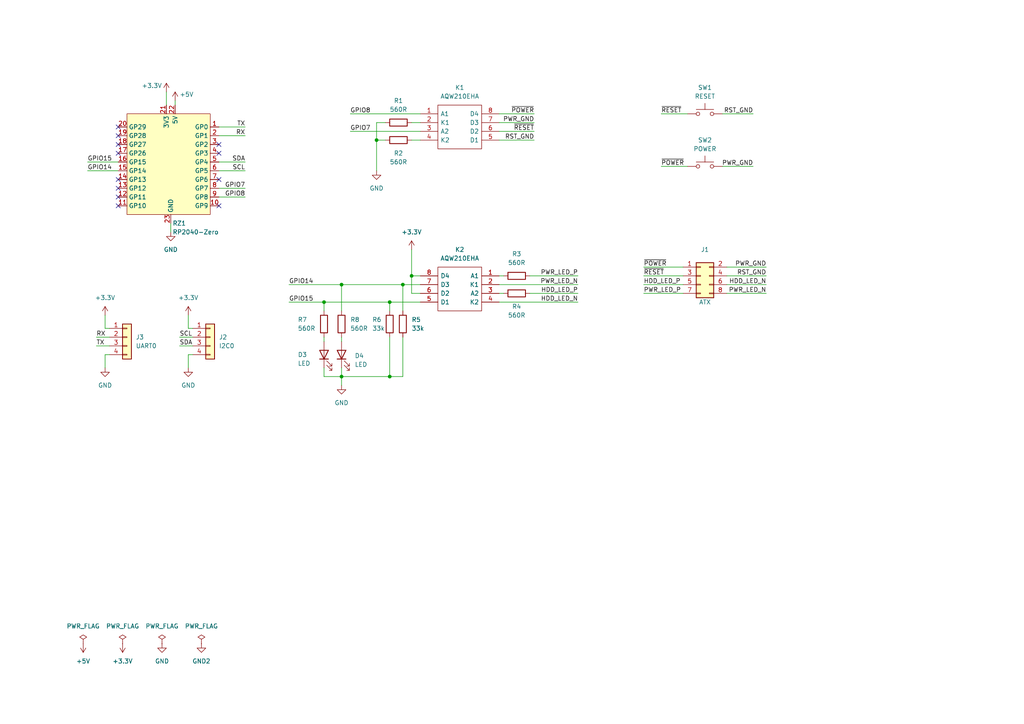
<source format=kicad_sch>
(kicad_sch (version 20211123) (generator eeschema)
  (paper "A4")
  (title_block (title "USB-ATX-CTRL") (date "2023-01-25") (rev "1.1") (comment 1 "R5 and R6 can be omitted if the internal pull-downs are enabled in the firmware"))
  (lib_symbols
    (symbol "000:AQW210EHA" (pin_names (offset 0.762))
      (property "Reference" "K" (at 19.05 7.62 0))
      (property "Value" "AQW210EHA" (at 19.05 5.08 0))
      (symbol "AQW210EHA_0_0"
        (pin passive line (at 0 0 0) (length 5.08) (name "A1") (number "1"))
        (pin passive line (at 0 -2.54 0) (length 5.08) (name "K1") (number "2"))
        (pin passive line (at 0 -5.08 0) (length 5.08) (name "A2") (number "3"))
        (pin passive line (at 0 -7.62 0) (length 5.08) (name "K2") (number "4"))
        (pin passive line (at 22.86 -7.62 180) (length 5.08) (name "D1") (number "5"))
        (pin passive line (at 22.86 -5.08 180) (length 5.08) (name "D2") (number "6"))
        (pin passive line (at 22.86 -2.54 180) (length 5.08) (name "D3") (number "7"))
        (pin passive line (at 22.86 0 180) (length 5.08) (name "D4") (number "8"))
      )
      (symbol "AQW210EHA_0_1"
        (polyline (pts (xy 5.08 2.54) (xy 17.78 2.54) (xy 17.78 -10.16) (xy 5.08 -10.16) (xy 5.08 2.54)) (stroke (width 0.1524)))
      )
    )
    (symbol "000:RP2040-Zero"
      (property "Reference" "RZ" (at 0 0 0))
      (property "Value" "RP2040-Zero" (at 0 -2.54 0))
      (symbol "RP2040-Zero_0_1"
        (rectangle (start -11.43 -15.24) (end 12.7 13.97) (fill (type background)))
      )
      (symbol "RP2040-Zero_1_1"
        (pin bidirectional line (at -13.97 10.16 0) (length 2.54) (name "GP0") (number "1"))
        (pin bidirectional line (at -13.97 -12.7 0) (length 2.54) (name "GP9") (number "10"))
        (pin bidirectional line (at 15.24 -12.7 180) (length 2.54) (name "GP10") (number "11"))
        (pin bidirectional line (at 15.24 -10.16 180) (length 2.54) (name "GP11") (number "12"))
        (pin bidirectional line (at 15.24 -7.62 180) (length 2.54) (name "GP12") (number "13"))
        (pin bidirectional line (at 15.24 -5.08 180) (length 2.54) (name "GP13") (number "14"))
        (pin bidirectional line (at 15.24 -2.54 180) (length 2.54) (name "GP14") (number "15"))
        (pin bidirectional line (at 15.24 0 180) (length 2.54) (name "GP15") (number "16"))
        (pin bidirectional line (at 15.24 2.54 180) (length 2.54) (name "GP26") (number "17"))
        (pin bidirectional line (at 15.24 5.08 180) (length 2.54) (name "GP27") (number "18"))
        (pin bidirectional line (at 15.24 7.62 180) (length 2.54) (name "GP28") (number "19"))
        (pin bidirectional line (at -13.97 7.62 0) (length 2.54) (name "GP1") (number "2"))
        (pin bidirectional line (at 15.24 10.16 180) (length 2.54) (name "GP29") (number "20"))
        (pin power_in line (at 1.27 16.51 270) (length 2.54) (name "3V3") (number "21"))
        (pin power_in line (at -1.27 16.51 270) (length 2.54) (name "5V") (number "22"))
        (pin power_in line (at 0 -17.78 90) (length 2.54) (name "GND") (number "23"))
        (pin bidirectional line (at -13.97 5.08 0) (length 2.54) (name "GP2") (number "3"))
        (pin bidirectional line (at -13.97 2.54 0) (length 2.54) (name "GP3") (number "4"))
        (pin bidirectional line (at -13.97 0 0) (length 2.54) (name "GP4") (number "5"))
        (pin bidirectional line (at -13.97 -2.54 0) (length 2.54) (name "GP5") (number "6"))
        (pin bidirectional line (at -13.97 -5.08 0) (length 2.54) (name "GP6") (number "7"))
        (pin bidirectional line (at -13.97 -7.62 0) (length 2.54) (name "GP7") (number "8"))
        (pin bidirectional line (at -13.97 -10.16 0) (length 2.54) (name "GP8") (number "9"))
      )
    )
    (symbol "Connector_Generic:Conn_01x04" (pin_names (offset 1.016) hide)
      (property "Reference" "J" (at 0 5.08 0))
      (property "Value" "Conn_01x04" (at 0 -7.62 0))
      (symbol "Conn_01x04_1_1"
        (rectangle (start -1.27 -4.953) (end 0 -5.207) (stroke (width 0.1524)))
        (rectangle (start -1.27 -2.413) (end 0 -2.667) (stroke (width 0.1524)))
        (rectangle (start -1.27 0.127) (end 0 -0.127) (stroke (width 0.1524)))
        (rectangle (start -1.27 2.667) (end 0 2.413) (stroke (width 0.1524)))
        (rectangle (start -1.27 3.81) (end 1.27 -6.35) (stroke (width 0.254)) (fill (type background)))
        (pin passive line (at -5.08 2.54 0) (length 3.81) (name "Pin_1") (number "1"))
        (pin passive line (at -5.08 0 0) (length 3.81) (name "Pin_2") (number "2"))
        (pin passive line (at -5.08 -2.54 0) (length 3.81) (name "Pin_3") (number "3"))
        (pin passive line (at -5.08 -5.08 0) (length 3.81) (name "Pin_4") (number "4"))
      )
    )
    (symbol "Connector_Generic:Conn_02x04_Odd_Even" (pin_names (offset 1.016) hide)
      (property "Reference" "J" (at 1.27 5.08 0))
      (property "Value" "Conn_02x04_Odd_Even" (at 1.27 -7.62 0))
      (symbol "Conn_02x04_Odd_Even_1_1"
        (rectangle (start -1.27 -4.953) (end 0 -5.207) (stroke (width 0.1524)))
        (rectangle (start -1.27 -2.413) (end 0 -2.667) (stroke (width 0.1524)))
        (rectangle (start -1.27 0.127) (end 0 -0.127) (stroke (width 0.1524)))
        (rectangle (start -1.27 2.667) (end 0 2.413) (stroke (width 0.1524)))
        (rectangle (start -1.27 3.81) (end 3.81 -6.35) (stroke (width 0.254)) (fill (type background)))
        (rectangle (start 3.81 -4.953) (end 2.54 -5.207) (stroke (width 0.1524)))
        (rectangle (start 3.81 -2.413) (end 2.54 -2.667) (stroke (width 0.1524)))
        (rectangle (start 3.81 0.127) (end 2.54 -0.127) (stroke (width 0.1524)))
        (rectangle (start 3.81 2.667) (end 2.54 2.413) (stroke (width 0.1524)))
        (pin passive line (at -5.08 2.54 0) (length 3.81) (name "Pin_1") (number "1"))
        (pin passive line (at 7.62 2.54 180) (length 3.81) (name "Pin_2") (number "2"))
        (pin passive line (at -5.08 0 0) (length 3.81) (name "Pin_3") (number "3"))
        (pin passive line (at 7.62 0 180) (length 3.81) (name "Pin_4") (number "4"))
        (pin passive line (at -5.08 -2.54 0) (length 3.81) (name "Pin_5") (number "5"))
        (pin passive line (at 7.62 -2.54 180) (length 3.81) (name "Pin_6") (number "6"))
        (pin passive line (at -5.08 -5.08 0) (length 3.81) (name "Pin_7") (number "7"))
        (pin passive line (at 7.62 -5.08 180) (length 3.81) (name "Pin_8") (number "8"))
      )
    )
    (symbol "Device:LED" (pin_numbers hide) (pin_names (offset 1.016) hide)
      (property "Reference" "D" (at 0 2.54 0))
      (property "Value" "LED" (at 0 -2.54 0))
      (symbol "LED_0_1"
        (polyline (pts (xy -1.27 -1.27) (xy -1.27 1.27)) (stroke (width 0.254)))
        (polyline (pts (xy -1.27 0) (xy 1.27 0)))
        (polyline (pts (xy 1.27 -1.27) (xy 1.27 1.27) (xy -1.27 0) (xy 1.27 -1.27)) (stroke (width 0.254)))
        (polyline (pts (xy -3.048 -0.762) (xy -4.572 -2.286) (xy -3.81 -2.286) (xy -4.572 -2.286) (xy -4.572 -1.524)))
        (polyline (pts (xy -1.778 -0.762) (xy -3.302 -2.286) (xy -2.54 -2.286) (xy -3.302 -2.286) (xy -3.302 -1.524)))
      )
      (symbol "LED_1_1"
        (pin passive line (at -3.81 0 0) (length 2.54) (name "K") (number "1"))
        (pin passive line (at 3.81 0 180) (length 2.54) (name "A") (number "2"))
      )
    )
    (symbol "Device:R" (pin_numbers hide) (pin_names (offset 0))
      (property "Reference" "R" (at 2.032 0 90))
      (property "Value" "R" (at 0 0 90))
      (symbol "R_0_1"
        (rectangle (start -1.016 -2.54) (end 1.016 2.54) (stroke (width 0.254)))
      )
      (symbol "R_1_1"
        (pin passive line (at 0 3.81 270) (length 1.27) (name "~") (number "1"))
        (pin passive line (at 0 -3.81 90) (length 1.27) (name "~") (number "2"))
      )
    )
    (symbol "Switch:SW_Push" (pin_numbers hide) (pin_names (offset 1.016) hide)
      (property "Reference" "SW" (at 1.27 2.54 0))
      (property "Value" "SW_Push" (at 0 -1.524 0))
      (symbol "SW_Push_0_1"
        (circle (center -2.032 0) (radius 0.508))
        (polyline (pts (xy 0 1.27) (xy 0 3.048)))
        (polyline (pts (xy 2.54 1.27) (xy -2.54 1.27)))
        (circle (center 2.032 0) (radius 0.508))
        (pin passive line (at -5.08 0 0) (length 2.54) (name "1") (number "1"))
        (pin passive line (at 5.08 0 180) (length 2.54) (name "2") (number "2"))
      )
    )
    (symbol "power:+3.3V" (power) (pin_names (offset 0))
      (property "Value" "+3.3V" (at 0 3.556 0))
      (symbol "+3.3V_0_1"
        (polyline (pts (xy -0.762 1.27) (xy 0 2.54)))
        (polyline (pts (xy 0 0) (xy 0 2.54)))
        (polyline (pts (xy 0 2.54) (xy 0.762 1.27)))
      )
      (symbol "+3.3V_1_1"
        (pin power_in line (at 0 0 90) (length 0) hide (name "+3.3V") (number "1"))
      )
    )
    (symbol "power:+5V" (power) (pin_names (offset 0))
      (property "Value" "+5V" (at 0 3.556 0))
      (symbol "+5V_0_1"
        (polyline (pts (xy -0.762 1.27) (xy 0 2.54)))
        (polyline (pts (xy 0 0) (xy 0 2.54)))
        (polyline (pts (xy 0 2.54) (xy 0.762 1.27)))
      )
      (symbol "+5V_1_1"
        (pin power_in line (at 0 0 90) (length 0) hide (name "+5V") (number "1"))
      )
    )
    (symbol "power:GND" (power) (pin_names (offset 0))
      (property "Value" "GND" (at 0 -3.81 0))
      (symbol "GND_0_1"
        (polyline (pts (xy 0 0) (xy 0 -1.27) (xy 1.27 -1.27) (xy 0 -2.54) (xy -1.27 -1.27) (xy 0 -1.27)))
      )
      (symbol "GND_1_1"
        (pin power_in line (at 0 0 270) (length 0) hide (name "GND") (number "1"))
      )
    )
    (symbol "power:GND2" (power) (pin_names (offset 0))
      (property "Value" "GND2" (at 0 -3.81 0))
      (symbol "GND2_0_1"
        (polyline (pts (xy 0 0) (xy 0 -1.27) (xy 1.27 -1.27) (xy 0 -2.54) (xy -1.27 -1.27) (xy 0 -1.27)))
      )
      (symbol "GND2_1_1"
        (pin power_in line (at 0 0 270) (length 0) hide (name "GND2") (number "1"))
      )
    )
    (symbol "power:PWR_FLAG" (power) (pin_numbers hide) (pin_names (offset 0) hide)
      (property "Value" "PWR_FLAG" (at 0 3.81 0))
      (symbol "PWR_FLAG_0_0"
        (pin power_out line (at 0 0 90) (length 0) (name "pwr") (number "1"))
      )
      (symbol "PWR_FLAG_0_1"
        (polyline (pts (xy 0 0) (xy 0 1.27) (xy -1.016 1.905) (xy 0 2.54) (xy 1.016 1.905) (xy 0 1.27)))
      )
    )
  )
  (junction (at 113.03 87.63))
  (junction (at 109.22 40.64))
  (junction (at 99.06 109.22))
  (junction (at 99.06 82.55))
  (junction (at 113.03 109.22))
  (junction (at 93.98 87.63))
  (junction (at 119.38 80.01))
  (junction (at 116.84 82.55))
  (no_connect (at 63.5 41.91))
  (no_connect (at 63.5 44.45))
  (no_connect (at 34.29 59.69))
  (no_connect (at 34.29 41.91))
  (no_connect (at 34.29 54.61))
  (no_connect (at 34.29 44.45))
  (no_connect (at 34.29 57.15))
  (no_connect (at 34.29 36.83))
  (no_connect (at 63.5 59.69))
  (no_connect (at 34.29 39.37))
  (no_connect (at 34.29 52.07))
  (no_connect (at 63.5 52.07))
  (wire (pts (xy 55.88 102.87) (xy 54.61 102.87)))
  (wire (pts (xy 144.78 85.09) (xy 146.05 85.09)))
  (wire (pts (xy 109.22 40.64) (xy 111.76 40.64)))
  (wire (pts (xy 54.61 102.87) (xy 54.61 106.68)))
  (wire (pts (xy 50.8 29.21) (xy 50.8 30.48)))
  (wire (pts (xy 210.82 85.09) (xy 222.25 85.09)))
  (wire (pts (xy 25.4 46.99) (xy 34.29 46.99)))
  (wire (pts (xy 101.6 38.1) (xy 121.92 38.1)))
  (wire (pts (xy 27.94 97.79) (xy 31.75 97.79)))
  (wire (pts (xy 191.77 33.02) (xy 199.39 33.02)))
  (wire (pts (xy 119.38 35.56) (xy 121.92 35.56)))
  (wire (pts (xy 30.48 91.44) (xy 30.48 95.25)))
  (wire (pts (xy 210.82 77.47) (xy 222.25 77.47)))
  (wire (pts (xy 54.61 91.44) (xy 54.61 95.25)))
  (wire (pts (xy 119.38 85.09) (xy 121.92 85.09)))
  (wire (pts (xy 210.82 80.01) (xy 222.25 80.01)))
  (wire (pts (xy 30.48 95.25) (xy 31.75 95.25)))
  (wire (pts (xy 191.77 48.26) (xy 199.39 48.26)))
  (wire (pts (xy 119.38 80.01) (xy 121.92 80.01)))
  (wire (pts (xy 144.78 87.63) (xy 167.64 87.63)))
  (wire (pts (xy 113.03 87.63) (xy 113.03 90.17)))
  (wire (pts (xy 83.82 87.63) (xy 93.98 87.63)))
  (wire (pts (xy 25.4 49.53) (xy 34.29 49.53)))
  (wire (pts (xy 99.06 82.55) (xy 99.06 90.17)))
  (wire (pts (xy 186.69 85.09) (xy 198.12 85.09)))
  (wire (pts (xy 144.78 82.55) (xy 167.64 82.55)))
  (wire (pts (xy 30.48 102.87) (xy 30.48 106.68)))
  (wire (pts (xy 116.84 109.22) (xy 113.03 109.22)))
  (wire (pts (xy 52.07 97.79) (xy 55.88 97.79)))
  (wire (pts (xy 119.38 72.39) (xy 119.38 80.01)))
  (wire (pts (xy 83.82 82.55) (xy 99.06 82.55)))
  (wire (pts (xy 63.5 39.37) (xy 71.12 39.37)))
  (wire (pts (xy 116.84 97.79) (xy 116.84 109.22)))
  (wire (pts (xy 116.84 82.55) (xy 121.92 82.55)))
  (wire (pts (xy 99.06 82.55) (xy 116.84 82.55)))
  (wire (pts (xy 27.94 100.33) (xy 31.75 100.33)))
  (wire (pts (xy 31.75 102.87) (xy 30.48 102.87)))
  (wire (pts (xy 116.84 82.55) (xy 116.84 90.17)))
  (wire (pts (xy 52.07 100.33) (xy 55.88 100.33)))
  (wire (pts (xy 109.22 40.64) (xy 109.22 49.53)))
  (wire (pts (xy 119.38 80.01) (xy 119.38 85.09)))
  (wire (pts (xy 144.78 38.1) (xy 154.94 38.1)))
  (wire (pts (xy 99.06 109.22) (xy 113.03 109.22)))
  (wire (pts (xy 63.5 57.15) (xy 71.12 57.15)))
  (wire (pts (xy 63.5 46.99) (xy 71.12 46.99)))
  (wire (pts (xy 144.78 40.64) (xy 154.94 40.64)))
  (wire (pts (xy 101.6 33.02) (xy 121.92 33.02)))
  (wire (pts (xy 99.06 106.68) (xy 99.06 109.22)))
  (wire (pts (xy 186.69 80.01) (xy 198.12 80.01)))
  (wire (pts (xy 119.38 40.64) (xy 121.92 40.64)))
  (wire (pts (xy 113.03 87.63) (xy 121.92 87.63)))
  (wire (pts (xy 93.98 87.63) (xy 113.03 87.63)))
  (wire (pts (xy 93.98 106.68) (xy 93.98 109.22)))
  (wire (pts (xy 153.67 85.09) (xy 167.64 85.09)))
  (wire (pts (xy 144.78 80.01) (xy 146.05 80.01)))
  (wire (pts (xy 209.55 33.02) (xy 218.44 33.02)))
  (wire (pts (xy 63.5 36.83) (xy 71.12 36.83)))
  (wire (pts (xy 49.53 67.31) (xy 49.53 64.77)))
  (wire (pts (xy 144.78 33.02) (xy 154.94 33.02)))
  (wire (pts (xy 109.22 35.56) (xy 111.76 35.56)))
  (wire (pts (xy 93.98 109.22) (xy 99.06 109.22)))
  (wire (pts (xy 93.98 87.63) (xy 93.98 90.17)))
  (wire (pts (xy 109.22 35.56) (xy 109.22 40.64)))
  (wire (pts (xy 209.55 48.26) (xy 218.44 48.26)))
  (wire (pts (xy 186.69 82.55) (xy 198.12 82.55)))
  (wire (pts (xy 63.5 49.53) (xy 71.12 49.53)))
  (wire (pts (xy 113.03 97.79) (xy 113.03 109.22)))
  (wire (pts (xy 93.98 99.06) (xy 93.98 97.79)))
  (wire (pts (xy 210.82 82.55) (xy 222.25 82.55)))
  (wire (pts (xy 99.06 99.06) (xy 99.06 97.79)))
  (wire (pts (xy 48.26 26.67) (xy 48.26 30.48)))
  (wire (pts (xy 144.78 35.56) (xy 154.94 35.56)))
  (wire (pts (xy 99.06 109.22) (xy 99.06 111.76)))
  (wire (pts (xy 63.5 54.61) (xy 71.12 54.61)))
  (wire (pts (xy 54.61 95.25) (xy 55.88 95.25)))
  (wire (pts (xy 186.69 77.47) (xy 198.12 77.47)))
  (wire (pts (xy 153.67 80.01) (xy 167.64 80.01)))
  (label "TX" (at 71.12 36.83 180))
  (label "PWR_LED_P" (at 186.69 85.09 0))
  (label "RST_GND" (at 218.44 33.02 180))
  (label "GPIO15" (at 25.4 46.99 0))
  (label "HDD_LED_P" (at 186.69 82.55 0))
  (label "GPIO14" (at 25.4 49.53 0))
  (label "RST_GND" (at 222.25 80.01 180))
  (label "GPIO7" (at 71.12 54.61 180))
  (label "GPIO8" (at 101.6 33.02 0))
  (label "SDA" (at 52.07 100.33 0))
  (label "HDD_LED_P" (at 167.64 85.09 180))
  (label "~{POWER}" (at 191.77 48.26 0))
  (label "PWR_LED_N" (at 167.64 82.55 180))
  (label "GPIO15" (at 83.82 87.63 0))
  (label "~{RESET}" (at 191.77 33.02 0))
  (label "~{POWER}" (at 186.69 77.47 0))
  (label "PWR_LED_N" (at 222.25 85.09 180))
  (label "~{RESET}" (at 154.94 38.1 180))
  (label "PWR_LED_P" (at 167.64 80.01 180))
  (label "RST_GND" (at 154.94 40.64 180))
  (label "SDA" (at 71.12 46.99 180))
  (label "SCL" (at 71.12 49.53 180))
  (label "PWR_GND" (at 218.44 48.26 180))
  (label "RX" (at 71.12 39.37 180))
  (label "~{RESET}" (at 186.69 80.01 0))
  (label "~{POWER}" (at 154.94 33.02 180))
  (label "SCL" (at 52.07 97.79 0))
  (label "RX" (at 27.94 97.79 0))
  (label "HDD_LED_N" (at 167.64 87.63 180))
  (label "PWR_GND" (at 222.25 77.47 180))
  (label "HDD_LED_N" (at 222.25 82.55 180))
  (label "TX" (at 27.94 100.33 0))
  (label "GPIO7" (at 101.6 38.1 0))
  (label "PWR_GND" (at 154.94 35.56 180))
  (label "GPIO8" (at 71.12 57.15 180))
  (label "GPIO14" (at 83.82 82.55 0))
  (symbol (lib_id "Device:R") (at 149.86 80.01 90) (unit 1)
    (property "Reference" "R3" (at 149.86 73.66 90))
    (property "Value" "560R" (at 149.86 76.2 90))
    (property "Footprint" "Resistor_SMD:R_1206_3216Metric_Pad1.30x1.75mm_HandSolder" (effects hide))
  )
  (symbol (lib_id "power:PWR_FLAG") (at 46.99 186.69 0) (unit 1)
    (property "Reference" "#FLG0102" (effects hide))
    (property "Value" "PWR_FLAG" (at 46.99 181.61 0))
  )
  (symbol (lib_id "000:AQW210EHA") (at 121.92 33.02 0) (unit 1)
    (property "Reference" "K1" (at 133.35 25.4 0))
    (property "Value" "AQW210EHA" (at 133.35 27.94 0))
    (property "Footprint" "SOP254P962X315-8N" (effects hide))
    (property "Datasheet" "https://datasheet.datasheetarchive.com/originals/distributors/Datasheets-21/DSA-416253.pdf" (effects hide))
    (property "Description" "Panasonic 120 mA DPNO Solid State Relay, AC/DC, Surface Mount, PhotoMOS, 350 V Maximum Load" (effects hide))
    (property "Height" "3.15" (effects hide))
    (property "Manufacturer_Name" "Panasonic" (effects hide))
    (property "Manufacturer_Part_Number" "AQW210EHA" (effects hide))
    (property "Mouser Part Number" "769-AQW210EHA" (effects hide))
    (property "Mouser Price/Stock" "https://www.mouser.co.uk/ProductDetail/Panasonic-Industrial-Devices/AQW210EHA?qs=sEN%2FkO1EG6aWByoFBrdPGw%3D%3D" (effects hide))
  )
  (symbol (lib_id "Switch:SW_Push") (at 204.47 33.02 0) (unit 1)
    (property "Reference" "SW1" (at 204.47 25.4 0))
    (property "Value" "RESET" (at 204.47 27.94 0))
    (property "Footprint" "Button_Switch_THT:SW_PUSH_6mm" (effects hide))
  )
  (symbol (lib_id "Device:R") (at 99.06 93.98 180) (unit 1)
    (property "Reference" "R8" (at 101.6 92.7099 0) (effects (justify right)))
    (property "Value" "560R" (at 101.6 95.2499 0) (effects (justify right)))
    (property "Footprint" "Resistor_SMD:R_1206_3216Metric_Pad1.30x1.75mm_HandSolder" (effects hide))
  )
  (symbol (lib_id "power:+3.3V") (at 119.38 72.39 0) (unit 1)
    (property "Reference" "#PWR0101" (effects hide))
    (property "Value" "+3.3V" (at 119.38 67.31 0))
  )
  (symbol (lib_id "power:+3.3V") (at 35.56 186.69 180) (unit 1)
    (property "Reference" "#PWR0113" (effects hide))
    (property "Value" "+3.3V" (at 35.56 191.77 0))
  )
  (symbol (lib_id "power:GND") (at 49.53 67.31 0) (unit 1)
    (property "Reference" "#PWR0107" (effects hide))
    (property "Value" "GND" (at 49.53 72.39 0))
  )
  (symbol (lib_id "Device:R") (at 115.57 40.64 90) (unit 1)
    (property "Reference" "R2" (at 115.57 44.45 90))
    (property "Value" "560R" (at 115.57 46.99 90))
    (property "Footprint" "Resistor_SMD:R_1206_3216Metric_Pad1.30x1.75mm_HandSolder" (effects hide))
  )
  (symbol (lib_id "power:GND") (at 30.48 106.68 0) (unit 1)
    (property "Reference" "#PWR0104" (effects hide))
    (property "Value" "GND" (at 30.48 111.76 0))
  )
  (symbol (lib_id "power:+3.3V") (at 48.26 26.67 0) (mirror y) (unit 1)
    (property "Reference" "#PWR0106" (effects hide))
    (property "Value" "+3.3V" (at 46.99 24.13 0) (effects (justify left top)))
  )
  (symbol (lib_id "power:GND") (at 54.61 106.68 0) (unit 1)
    (property "Reference" "#PWR0108" (effects hide))
    (property "Value" "GND" (at 54.61 111.76 0))
  )
  (symbol (lib_id "Device:R") (at 113.03 93.98 180) (unit 1)
    (property "Reference" "R6" (at 107.95 92.71 0) (effects (justify right)))
    (property "Value" "33k" (at 107.95 95.25 0) (effects (justify right)))
    (property "Footprint" "Resistor_SMD:R_1206_3216Metric_Pad1.30x1.75mm_HandSolder" (effects hide))
  )
  (symbol (lib_id "Device:R") (at 115.57 35.56 90) (unit 1)
    (property "Reference" "R1" (at 115.57 29.21 90))
    (property "Value" "560R" (at 115.57 31.75 90))
    (property "Footprint" "Resistor_SMD:R_1206_3216Metric_Pad1.30x1.75mm_HandSolder" (effects hide))
  )
  (symbol (lib_id "Device:LED") (at 99.06 102.87 90) (unit 1)
    (property "Reference" "D4" (at 102.87 103.1874 90) (effects (justify right)))
    (property "Value" "LED" (at 102.87 105.7274 90) (effects (justify right)))
    (property "Footprint" "LED_SMD:LED_1206_3216Metric_Pad1.42x1.75mm_HandSolder" (effects hide))
  )
  (symbol (lib_id "power:+5V") (at 24.13 186.69 180) (unit 1)
    (property "Reference" "#PWR0115" (effects hide))
    (property "Value" "+5V" (at 24.13 191.77 0))
  )
  (symbol (lib_id "power:GND") (at 46.99 186.69 0) (unit 1)
    (property "Reference" "#PWR0112" (effects hide))
    (property "Value" "GND" (at 46.99 191.77 0))
  )
  (symbol (lib_id "Device:R") (at 149.86 85.09 90) (unit 1)
    (property "Reference" "R4" (at 149.86 88.9 90))
    (property "Value" "560R" (at 149.86 91.44 90))
    (property "Footprint" "Resistor_SMD:R_1206_3216Metric_Pad1.30x1.75mm_HandSolder" (effects hide))
  )
  (symbol (lib_id "power:+3.3V") (at 54.61 91.44 0) (mirror y) (unit 1)
    (property "Reference" "#PWR0109" (effects hide))
    (property "Value" "+3.3V" (at 54.61 86.36 0))
  )
  (symbol (lib_id "000:AQW210EHA") (at 144.78 80.01 0) (mirror y) (unit 1)
    (property "Reference" "K2" (at 133.35 72.39 0))
    (property "Value" "AQW210EHA" (at 133.35 74.93 0))
    (property "Footprint" "SOP254P962X315-8N" (effects hide))
    (property "Datasheet" "https://datasheet.datasheetarchive.com/originals/distributors/Datasheets-21/DSA-416253.pdf" (effects hide))
    (property "Description" "Panasonic 120 mA DPNO Solid State Relay, AC/DC, Surface Mount, PhotoMOS, 350 V Maximum Load" (effects hide))
    (property "Height" "3.15" (effects hide))
    (property "Manufacturer_Name" "Panasonic" (effects hide))
    (property "Manufacturer_Part_Number" "AQW210EHA" (effects hide))
    (property "Mouser Part Number" "769-AQW210EHA" (effects hide))
    (property "Mouser Price/Stock" "https://www.mouser.co.uk/ProductDetail/Panasonic-Industrial-Devices/AQW210EHA?qs=sEN%2FkO1EG6aWByoFBrdPGw%3D%3D" (effects hide))
  )
  (symbol (lib_id "Device:LED") (at 93.98 102.87 90) (unit 1)
    (property "Reference" "D3" (at 86.36 102.87 90) (effects (justify right)))
    (property "Value" "LED" (at 86.36 105.41 90) (effects (justify right)))
    (property "Footprint" "LED_SMD:LED_1206_3216Metric_Pad1.42x1.75mm_HandSolder" (effects hide))
  )
  (symbol (lib_id "Connector_Generic:Conn_01x04") (at 60.96 97.79 0) (unit 1)
    (property "Reference" "J2" (at 63.5 97.7899 0) (effects (justify left)))
    (property "Value" "I2C0" (at 63.5 100.3299 0) (effects (justify left)))
    (property "Footprint" "Connector_PinHeader_2.54mm:PinHeader_1x04_P2.54mm_Vertical" (effects hide))
  )
  (symbol (lib_id "Connector_Generic:Conn_01x04") (at 36.83 97.79 0) (unit 1)
    (property "Reference" "J3" (at 39.37 97.7899 0) (effects (justify left)))
    (property "Value" "UART0" (at 39.37 100.3299 0) (effects (justify left)))
    (property "Footprint" "Connector_PinHeader_2.54mm:PinHeader_1x04_P2.54mm_Vertical" (effects hide))
  )
  (symbol (lib_id "power:PWR_FLAG") (at 35.56 186.69 0) (unit 1)
    (property "Reference" "#FLG0101" (effects hide))
    (property "Value" "PWR_FLAG" (at 35.56 181.61 0))
  )
  (symbol (lib_id "Connector_Generic:Conn_02x04_Odd_Even") (at 203.2 80.01 0) (unit 1)
    (property "Reference" "J1" (at 204.47 72.39 0))
    (property "Value" "ATX" (at 204.47 87.63 0))
    (property "Footprint" "Connector_IDC:IDC-Header_2x04_P2.54mm_Horizontal" (effects hide))
  )
  (symbol (lib_id "power:GND") (at 109.22 49.53 0) (unit 1)
    (property "Reference" "#PWR0103" (effects hide))
    (property "Value" "GND" (at 109.22 54.61 0))
  )
  (symbol (lib_id "power:GND") (at 99.06 111.76 0) (unit 1)
    (property "Reference" "#PWR0111" (effects hide))
    (property "Value" "GND" (at 99.06 116.84 0))
  )
  (symbol (lib_id "power:PWR_FLAG") (at 58.42 186.69 0) (unit 1)
    (property "Reference" "#FLG0103" (effects hide))
    (property "Value" "PWR_FLAG" (at 58.42 181.61 0))
  )
  (symbol (lib_id "power:PWR_FLAG") (at 24.13 186.69 0) (unit 1)
    (property "Reference" "#FLG0104" (effects hide))
    (property "Value" "PWR_FLAG" (at 24.13 181.61 0))
  )
  (symbol (lib_id "power:+3.3V") (at 30.48 91.44 0) (mirror y) (unit 1)
    (property "Reference" "#PWR0110" (effects hide))
    (property "Value" "+3.3V" (at 30.48 86.36 0))
  )
  (symbol (lib_id "Device:R") (at 93.98 93.98 180) (unit 1)
    (property "Reference" "R7" (at 86.36 92.71 0) (effects (justify right)))
    (property "Value" "560R" (at 86.36 95.25 0) (effects (justify right)))
    (property "Footprint" "Resistor_SMD:R_1206_3216Metric_Pad1.30x1.75mm_HandSolder" (effects hide))
  )
  (symbol (lib_id "power:GND2") (at 58.42 186.69 0) (unit 1)
    (property "Reference" "#PWR0114" (effects hide))
    (property "Value" "GND2" (at 58.42 191.77 0))
  )
  (symbol (lib_id "Switch:SW_Push") (at 204.47 48.26 0) (unit 1)
    (property "Reference" "SW2" (at 204.47 40.64 0))
    (property "Value" "POWER" (at 204.47 43.18 0))
    (property "Footprint" "Button_Switch_THT:SW_PUSH_6mm" (effects hide))
  )
  (symbol (lib_id "Device:R") (at 116.84 93.98 180) (unit 1)
    (property "Reference" "R5" (at 119.38 92.7099 0) (effects (justify right)))
    (property "Value" "33k" (at 119.38 95.2499 0) (effects (justify right)))
    (property "Footprint" "Resistor_SMD:R_1206_3216Metric_Pad1.30x1.75mm_HandSolder" (effects hide))
  )
  (symbol (lib_id "power:+5V") (at 50.8 29.21 0) (unit 1)
    (property "Reference" "#PWR0116" (effects hide))
    (property "Value" "+5V" (at 52.07 26.67 0) (effects (justify left top)))
  )
  (symbol (lib_id "000:RP2040-Zero") (at 49.53 46.99 0) (mirror y) (unit 1)
    (property "Reference" "RZ1" (at 50.0506 64.77 0) (effects (justify right)))
    (property "Value" "RP2040-Zero" (at 50.0506 67.31 0) (effects (justify right)))
    (property "Footprint" "000:RP2040-Zero" (effects hide))
  )
)
</source>
